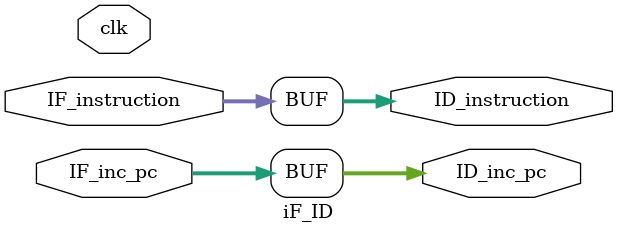
<source format=v>
module iF_ID(clk, IF_inc_pc , ID_inc_pc , IF_instruction , ID_instruction);

input [31:0] IF_inc_pc , IF_instruction  ;
input clk;
output reg [31:0] ID_inc_pc ,ID_instruction;

always @(clk)

begin
  ID_instruction = IF_instruction;
  ID_inc_pc = IF_inc_pc;
end
endmodule

</source>
